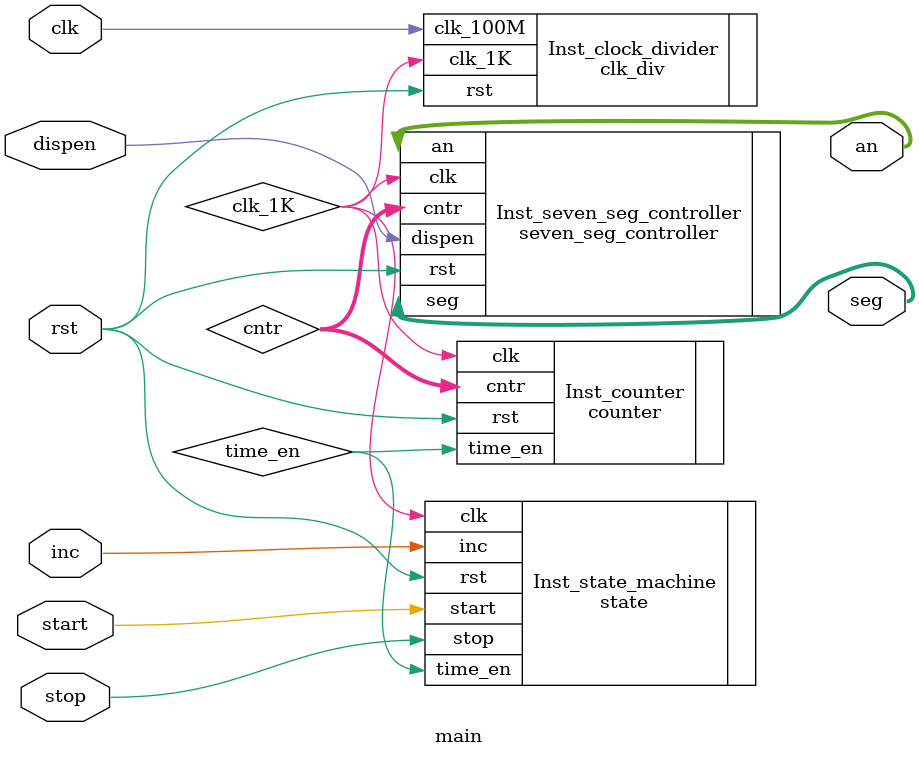
<source format=v>
`timescale 1 ns / 1 ns // timescale for following modules


module main (
   clk,
   rst,
   start,
	stop,
	inc,
	dispen,
   an,
   seg);
 
// input and output
input   clk; 
input   rst; 
input   start; 
input   stop; 
input   inc; 
input   dispen;
output   [3:0] an; 
output   [7:0] seg;



// internal signals	
wire    clk_1K; 


wire    timer_en; 
 
wire    [15:0] cntr; 
wire    [3:0] segdat; 

// ----------------------------------------------------------------------
//  Implementation
// ----------------------------------------------------------------------

clk_div Inst_clock_divider (.rst(rst),
          .clk_1K(clk_1K),
          .clk_100M(clk));
			 
state   Inst_state_machine (.rst(rst),
          .clk(clk_1K),
          .start(start),
          .stop(stop),
          .inc(inc),
          .time_en(time_en));
			 
			 
counter Inst_counter (.rst(rst),
          .clk(clk_1K),
          .time_en(time_en),
          .cntr(cntr));
			 
			 
seven_seg_controller Inst_seven_seg_controller (.rst(rst),
          .clk(clk_1K),
          .dispen(dispen),
          .cntr(cntr),
          .seg(seg),
          .an(an));


endmodule // module main


</source>
